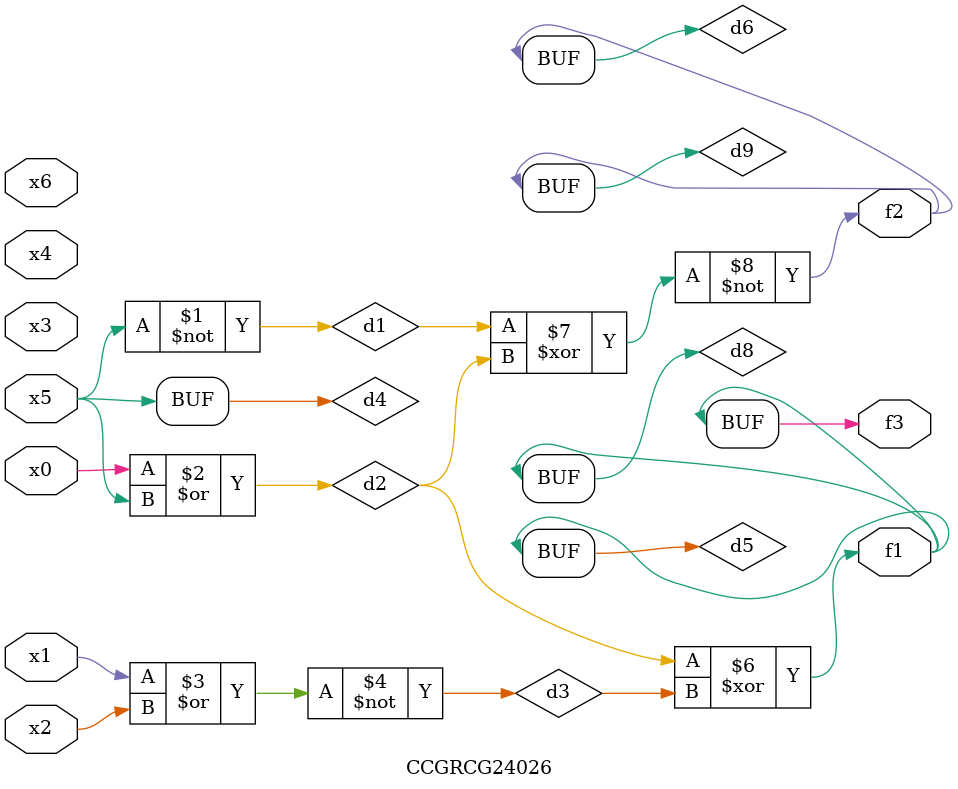
<source format=v>
module CCGRCG24026(
	input x0, x1, x2, x3, x4, x5, x6,
	output f1, f2, f3
);

	wire d1, d2, d3, d4, d5, d6, d7, d8, d9;

	nand (d1, x5);
	or (d2, x0, x5);
	nor (d3, x1, x2);
	xnor (d4, d1);
	xor (d5, d2, d3);
	xnor (d6, d1, d2);
	not (d7, x4);
	buf (d8, d5);
	xor (d9, d6);
	assign f1 = d8;
	assign f2 = d9;
	assign f3 = d8;
endmodule

</source>
